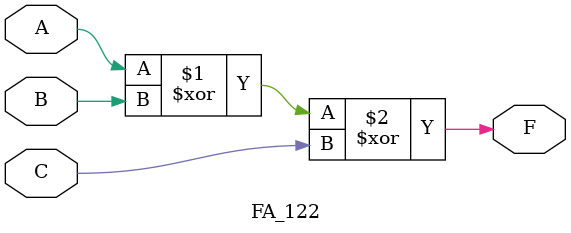
<source format=v>
module FA_122(A, B, C, F);
	 input A, B, C;
	 output F;
	 assign F = A^B^C;
endmodule
</source>
